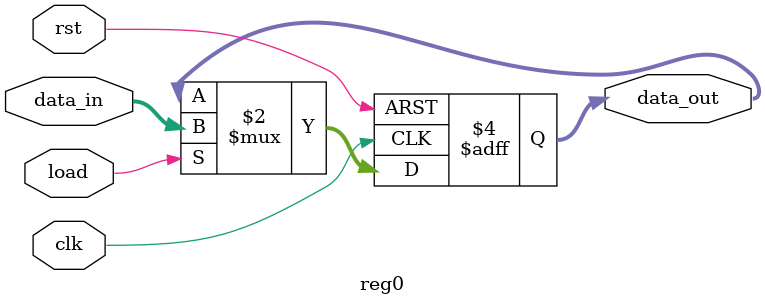
<source format=sv>
`timescale 1ns / 1ps

module reg0(
    input logic clk,
    input logic rst,
    input logic load,
    input logic [10:0] data_in,
    output logic [10:0] data_out
);

    always_ff @(posedge clk or posedge rst) begin
        if (rst)
            data_out <= 11'b11111111111;
        else if (load)
            data_out <= data_in;
    end

endmodule
</source>
